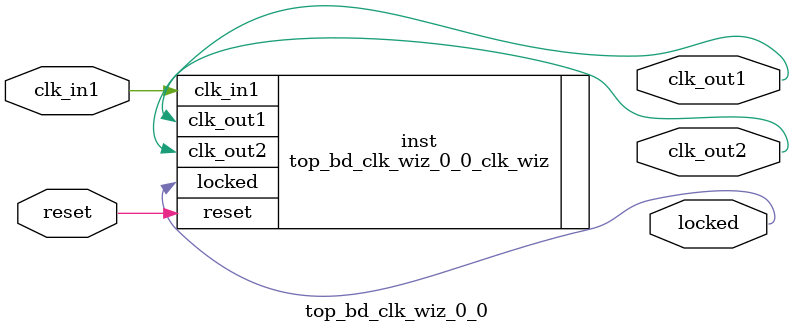
<source format=v>


`timescale 1ps/1ps

(* CORE_GENERATION_INFO = "top_bd_clk_wiz_0_0,clk_wiz_v6_0_4_0_0,{component_name=top_bd_clk_wiz_0_0,use_phase_alignment=true,use_min_o_jitter=false,use_max_i_jitter=false,use_dyn_phase_shift=false,use_inclk_switchover=false,use_dyn_reconfig=false,enable_axi=0,feedback_source=FDBK_AUTO,PRIMITIVE=MMCM,num_out_clk=2,clkin1_period=10.0,clkin2_period=10.0,use_power_down=false,use_reset=true,use_locked=true,use_inclk_stopped=false,feedback_type=SINGLE,CLOCK_MGR_TYPE=NA,manual_override=false}" *)

module top_bd_clk_wiz_0_0 
 (
  // Clock out ports
  output        clk_out1,
  output        clk_out2,
  // Status and control signals
  input         reset,
  output        locked,
 // Clock in ports
  input         clk_in1
 );

  top_bd_clk_wiz_0_0_clk_wiz inst
  (
  // Clock out ports  
  .clk_out1(clk_out1),
  .clk_out2(clk_out2),
  // Status and control signals               
  .reset(reset), 
  .locked(locked),
 // Clock in ports
  .clk_in1(clk_in1)
  );

endmodule

</source>
